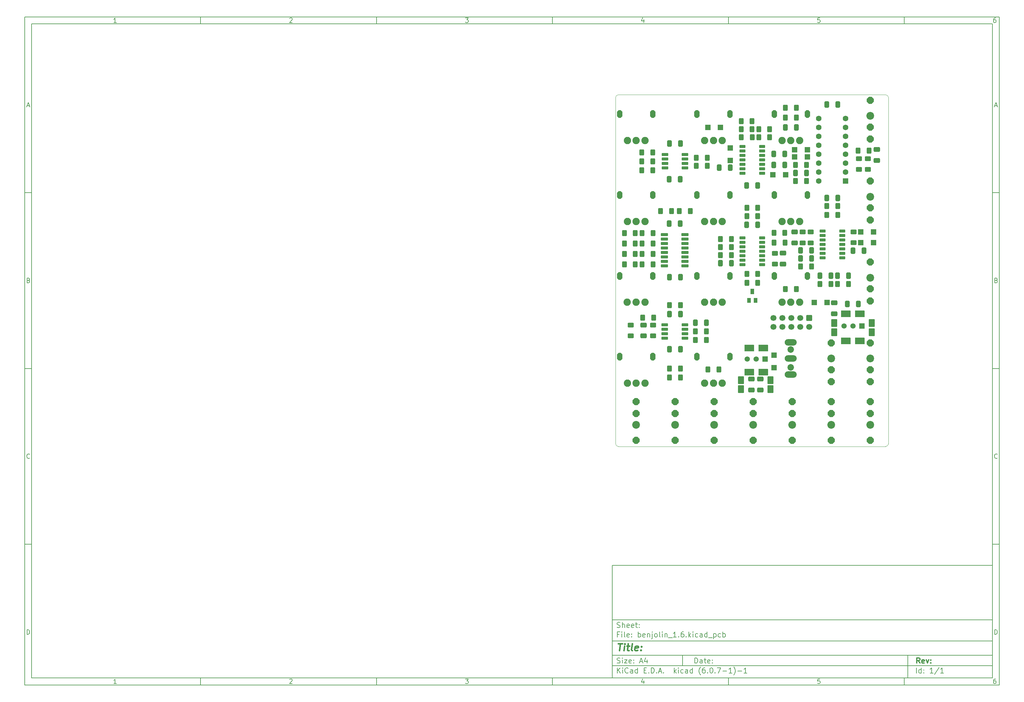
<source format=gbr>
%TF.GenerationSoftware,KiCad,Pcbnew,(6.0.7-1)-1*%
%TF.CreationDate,2022-10-07T09:47:06+07:00*%
%TF.ProjectId,benjolin_1.6,62656e6a-6f6c-4696-9e5f-312e362e6b69,rev?*%
%TF.SameCoordinates,Original*%
%TF.FileFunction,Soldermask,Top*%
%TF.FilePolarity,Negative*%
%FSLAX46Y46*%
G04 Gerber Fmt 4.6, Leading zero omitted, Abs format (unit mm)*
G04 Created by KiCad (PCBNEW (6.0.7-1)-1) date 2022-10-07 09:47:06*
%MOMM*%
%LPD*%
G01*
G04 APERTURE LIST*
G04 Aperture macros list*
%AMRoundRect*
0 Rectangle with rounded corners*
0 $1 Rounding radius*
0 $2 $3 $4 $5 $6 $7 $8 $9 X,Y pos of 4 corners*
0 Add a 4 corners polygon primitive as box body*
4,1,4,$2,$3,$4,$5,$6,$7,$8,$9,$2,$3,0*
0 Add four circle primitives for the rounded corners*
1,1,$1+$1,$2,$3*
1,1,$1+$1,$4,$5*
1,1,$1+$1,$6,$7*
1,1,$1+$1,$8,$9*
0 Add four rect primitives between the rounded corners*
20,1,$1+$1,$2,$3,$4,$5,0*
20,1,$1+$1,$4,$5,$6,$7,0*
20,1,$1+$1,$6,$7,$8,$9,0*
20,1,$1+$1,$8,$9,$2,$3,0*%
%AMFreePoly0*
4,1,25,0.427955,0.971196,0.440078,0.960842,0.960842,0.440078,0.989349,0.384130,0.990600,0.368236,0.990600,-0.368236,0.971196,-0.427955,0.960842,-0.440078,0.440078,-0.960842,0.384130,-0.989349,0.368236,-0.990600,-0.368236,-0.990600,-0.427955,-0.971196,-0.440078,-0.960842,-0.960842,-0.440078,-0.989349,-0.384130,-0.990600,-0.368236,-0.990600,0.368236,-0.971196,0.427955,-0.960842,0.440078,
-0.440078,0.960842,-0.384130,0.989349,-0.368236,0.990600,0.368236,0.990600,0.427955,0.971196,0.427955,0.971196,$1*%
%AMFreePoly1*
4,1,25,0.649668,0.782196,0.661791,0.771842,1.071842,0.361791,1.100349,0.305843,1.101600,0.289949,1.101600,-0.289949,1.082196,-0.349668,1.071842,-0.361791,0.661791,-0.771842,0.605843,-0.800349,0.589949,-0.801600,-0.589949,-0.801600,-0.649668,-0.782196,-0.661791,-0.771842,-1.071842,-0.361791,-1.100349,-0.305843,-1.101600,-0.289949,-1.101600,0.289949,-1.082196,0.349668,-1.071842,0.361791,
-0.661791,0.771842,-0.605843,0.800349,-0.589949,0.801600,0.589949,0.801600,0.649668,0.782196,0.649668,0.782196,$1*%
G04 Aperture macros list end*
%ADD10C,0.100000*%
%ADD11C,0.150000*%
%ADD12C,0.300000*%
%ADD13C,0.400000*%
%TA.AperFunction,Profile*%
%ADD14C,0.100000*%
%TD*%
%ADD15RoundRect,0.250000X-0.600000X0.600000X-0.600000X-0.600000X0.600000X-0.600000X0.600000X0.600000X0*%
%ADD16C,1.700000*%
%ADD17RoundRect,0.250000X-0.412500X-0.650000X0.412500X-0.650000X0.412500X0.650000X-0.412500X0.650000X0*%
%ADD18RoundRect,0.250000X0.400000X0.625000X-0.400000X0.625000X-0.400000X-0.625000X0.400000X-0.625000X0*%
%ADD19RoundRect,0.250000X-0.400000X-0.625000X0.400000X-0.625000X0.400000X0.625000X-0.400000X0.625000X0*%
%ADD20RoundRect,0.101600X0.762000X-0.300000X0.762000X0.300000X-0.762000X0.300000X-0.762000X-0.300000X0*%
%ADD21RoundRect,0.101600X-0.750000X1.000000X-0.750000X-1.000000X0.750000X-1.000000X0.750000X1.000000X0*%
%ADD22RoundRect,0.101600X0.834000X-0.300000X0.834000X0.300000X-0.834000X0.300000X-0.834000X-0.300000X0*%
%ADD23RoundRect,0.250000X0.412500X0.650000X-0.412500X0.650000X-0.412500X-0.650000X0.412500X-0.650000X0*%
%ADD24RoundRect,0.250000X0.650000X-0.412500X0.650000X0.412500X-0.650000X0.412500X-0.650000X-0.412500X0*%
%ADD25RoundRect,0.101600X0.700000X0.700000X-0.700000X0.700000X-0.700000X-0.700000X0.700000X-0.700000X0*%
%ADD26RoundRect,0.101600X-0.762000X0.300000X-0.762000X-0.300000X0.762000X-0.300000X0.762000X0.300000X0*%
%ADD27RoundRect,0.250000X-0.650000X0.412500X-0.650000X-0.412500X0.650000X-0.412500X0.650000X0.412500X0*%
%ADD28RoundRect,0.101600X-0.700000X0.700000X-0.700000X-0.700000X0.700000X-0.700000X0.700000X0.700000X0*%
%ADD29RoundRect,0.101600X-0.700000X-0.700000X0.700000X-0.700000X0.700000X0.700000X-0.700000X0.700000X0*%
%ADD30RoundRect,0.101600X-1.250000X0.850000X-1.250000X-0.850000X1.250000X-0.850000X1.250000X0.850000X0*%
%ADD31RoundRect,0.250000X-0.625000X0.400000X-0.625000X-0.400000X0.625000X-0.400000X0.625000X0.400000X0*%
%ADD32RoundRect,0.101600X-0.889000X0.330200X-0.889000X-0.330200X0.889000X-0.330200X0.889000X0.330200X0*%
%ADD33R,1.600000X1.600000*%
%ADD34C,1.600000*%
%ADD35RoundRect,0.101600X0.750000X-1.000000X0.750000X1.000000X-0.750000X1.000000X-0.750000X-1.000000X0*%
%ADD36RoundRect,0.250000X0.625000X-0.400000X0.625000X0.400000X-0.625000X0.400000X-0.625000X-0.400000X0*%
%ADD37RoundRect,0.101600X-0.834000X0.300000X-0.834000X-0.300000X0.834000X-0.300000X0.834000X0.300000X0*%
%ADD38C,1.500000*%
%ADD39R,1.500000X1.500000*%
%ADD40RoundRect,0.101600X-0.400000X-0.614000X0.400000X-0.614000X0.400000X0.614000X-0.400000X0.614000X0*%
%ADD41RoundRect,0.101600X-0.400000X-0.691000X0.400000X-0.691000X0.400000X0.691000X-0.400000X0.691000X0*%
%ADD42RoundRect,0.101600X1.250000X-0.850000X1.250000X0.850000X-1.250000X0.850000X-1.250000X-0.850000X0*%
%ADD43C,1.854200*%
%ADD44O,3.403200X1.854200*%
%ADD45FreePoly0,180.000000*%
%ADD46C,2.200000*%
%ADD47FreePoly0,0.000000*%
%ADD48FreePoly1,90.000000*%
%ADD49C,2.082800*%
G04 APERTURE END LIST*
D10*
D11*
X177002200Y-166007200D02*
X177002200Y-198007200D01*
X285002200Y-198007200D01*
X285002200Y-166007200D01*
X177002200Y-166007200D01*
D10*
D11*
X10000000Y-10000000D02*
X10000000Y-200007200D01*
X287002200Y-200007200D01*
X287002200Y-10000000D01*
X10000000Y-10000000D01*
D10*
D11*
X12000000Y-12000000D02*
X12000000Y-198007200D01*
X285002200Y-198007200D01*
X285002200Y-12000000D01*
X12000000Y-12000000D01*
D10*
D11*
X60000000Y-12000000D02*
X60000000Y-10000000D01*
D10*
D11*
X110000000Y-12000000D02*
X110000000Y-10000000D01*
D10*
D11*
X160000000Y-12000000D02*
X160000000Y-10000000D01*
D10*
D11*
X210000000Y-12000000D02*
X210000000Y-10000000D01*
D10*
D11*
X260000000Y-12000000D02*
X260000000Y-10000000D01*
D10*
D11*
X36065476Y-11588095D02*
X35322619Y-11588095D01*
X35694047Y-11588095D02*
X35694047Y-10288095D01*
X35570238Y-10473809D01*
X35446428Y-10597619D01*
X35322619Y-10659523D01*
D10*
D11*
X85322619Y-10411904D02*
X85384523Y-10350000D01*
X85508333Y-10288095D01*
X85817857Y-10288095D01*
X85941666Y-10350000D01*
X86003571Y-10411904D01*
X86065476Y-10535714D01*
X86065476Y-10659523D01*
X86003571Y-10845238D01*
X85260714Y-11588095D01*
X86065476Y-11588095D01*
D10*
D11*
X135260714Y-10288095D02*
X136065476Y-10288095D01*
X135632142Y-10783333D01*
X135817857Y-10783333D01*
X135941666Y-10845238D01*
X136003571Y-10907142D01*
X136065476Y-11030952D01*
X136065476Y-11340476D01*
X136003571Y-11464285D01*
X135941666Y-11526190D01*
X135817857Y-11588095D01*
X135446428Y-11588095D01*
X135322619Y-11526190D01*
X135260714Y-11464285D01*
D10*
D11*
X185941666Y-10721428D02*
X185941666Y-11588095D01*
X185632142Y-10226190D02*
X185322619Y-11154761D01*
X186127380Y-11154761D01*
D10*
D11*
X236003571Y-10288095D02*
X235384523Y-10288095D01*
X235322619Y-10907142D01*
X235384523Y-10845238D01*
X235508333Y-10783333D01*
X235817857Y-10783333D01*
X235941666Y-10845238D01*
X236003571Y-10907142D01*
X236065476Y-11030952D01*
X236065476Y-11340476D01*
X236003571Y-11464285D01*
X235941666Y-11526190D01*
X235817857Y-11588095D01*
X235508333Y-11588095D01*
X235384523Y-11526190D01*
X235322619Y-11464285D01*
D10*
D11*
X285941666Y-10288095D02*
X285694047Y-10288095D01*
X285570238Y-10350000D01*
X285508333Y-10411904D01*
X285384523Y-10597619D01*
X285322619Y-10845238D01*
X285322619Y-11340476D01*
X285384523Y-11464285D01*
X285446428Y-11526190D01*
X285570238Y-11588095D01*
X285817857Y-11588095D01*
X285941666Y-11526190D01*
X286003571Y-11464285D01*
X286065476Y-11340476D01*
X286065476Y-11030952D01*
X286003571Y-10907142D01*
X285941666Y-10845238D01*
X285817857Y-10783333D01*
X285570238Y-10783333D01*
X285446428Y-10845238D01*
X285384523Y-10907142D01*
X285322619Y-11030952D01*
D10*
D11*
X60000000Y-198007200D02*
X60000000Y-200007200D01*
D10*
D11*
X110000000Y-198007200D02*
X110000000Y-200007200D01*
D10*
D11*
X160000000Y-198007200D02*
X160000000Y-200007200D01*
D10*
D11*
X210000000Y-198007200D02*
X210000000Y-200007200D01*
D10*
D11*
X260000000Y-198007200D02*
X260000000Y-200007200D01*
D10*
D11*
X36065476Y-199595295D02*
X35322619Y-199595295D01*
X35694047Y-199595295D02*
X35694047Y-198295295D01*
X35570238Y-198481009D01*
X35446428Y-198604819D01*
X35322619Y-198666723D01*
D10*
D11*
X85322619Y-198419104D02*
X85384523Y-198357200D01*
X85508333Y-198295295D01*
X85817857Y-198295295D01*
X85941666Y-198357200D01*
X86003571Y-198419104D01*
X86065476Y-198542914D01*
X86065476Y-198666723D01*
X86003571Y-198852438D01*
X85260714Y-199595295D01*
X86065476Y-199595295D01*
D10*
D11*
X135260714Y-198295295D02*
X136065476Y-198295295D01*
X135632142Y-198790533D01*
X135817857Y-198790533D01*
X135941666Y-198852438D01*
X136003571Y-198914342D01*
X136065476Y-199038152D01*
X136065476Y-199347676D01*
X136003571Y-199471485D01*
X135941666Y-199533390D01*
X135817857Y-199595295D01*
X135446428Y-199595295D01*
X135322619Y-199533390D01*
X135260714Y-199471485D01*
D10*
D11*
X185941666Y-198728628D02*
X185941666Y-199595295D01*
X185632142Y-198233390D02*
X185322619Y-199161961D01*
X186127380Y-199161961D01*
D10*
D11*
X236003571Y-198295295D02*
X235384523Y-198295295D01*
X235322619Y-198914342D01*
X235384523Y-198852438D01*
X235508333Y-198790533D01*
X235817857Y-198790533D01*
X235941666Y-198852438D01*
X236003571Y-198914342D01*
X236065476Y-199038152D01*
X236065476Y-199347676D01*
X236003571Y-199471485D01*
X235941666Y-199533390D01*
X235817857Y-199595295D01*
X235508333Y-199595295D01*
X235384523Y-199533390D01*
X235322619Y-199471485D01*
D10*
D11*
X285941666Y-198295295D02*
X285694047Y-198295295D01*
X285570238Y-198357200D01*
X285508333Y-198419104D01*
X285384523Y-198604819D01*
X285322619Y-198852438D01*
X285322619Y-199347676D01*
X285384523Y-199471485D01*
X285446428Y-199533390D01*
X285570238Y-199595295D01*
X285817857Y-199595295D01*
X285941666Y-199533390D01*
X286003571Y-199471485D01*
X286065476Y-199347676D01*
X286065476Y-199038152D01*
X286003571Y-198914342D01*
X285941666Y-198852438D01*
X285817857Y-198790533D01*
X285570238Y-198790533D01*
X285446428Y-198852438D01*
X285384523Y-198914342D01*
X285322619Y-199038152D01*
D10*
D11*
X10000000Y-60000000D02*
X12000000Y-60000000D01*
D10*
D11*
X10000000Y-110000000D02*
X12000000Y-110000000D01*
D10*
D11*
X10000000Y-160000000D02*
X12000000Y-160000000D01*
D10*
D11*
X10690476Y-35216666D02*
X11309523Y-35216666D01*
X10566666Y-35588095D02*
X11000000Y-34288095D01*
X11433333Y-35588095D01*
D10*
D11*
X11092857Y-84907142D02*
X11278571Y-84969047D01*
X11340476Y-85030952D01*
X11402380Y-85154761D01*
X11402380Y-85340476D01*
X11340476Y-85464285D01*
X11278571Y-85526190D01*
X11154761Y-85588095D01*
X10659523Y-85588095D01*
X10659523Y-84288095D01*
X11092857Y-84288095D01*
X11216666Y-84350000D01*
X11278571Y-84411904D01*
X11340476Y-84535714D01*
X11340476Y-84659523D01*
X11278571Y-84783333D01*
X11216666Y-84845238D01*
X11092857Y-84907142D01*
X10659523Y-84907142D01*
D10*
D11*
X11402380Y-135464285D02*
X11340476Y-135526190D01*
X11154761Y-135588095D01*
X11030952Y-135588095D01*
X10845238Y-135526190D01*
X10721428Y-135402380D01*
X10659523Y-135278571D01*
X10597619Y-135030952D01*
X10597619Y-134845238D01*
X10659523Y-134597619D01*
X10721428Y-134473809D01*
X10845238Y-134350000D01*
X11030952Y-134288095D01*
X11154761Y-134288095D01*
X11340476Y-134350000D01*
X11402380Y-134411904D01*
D10*
D11*
X10659523Y-185588095D02*
X10659523Y-184288095D01*
X10969047Y-184288095D01*
X11154761Y-184350000D01*
X11278571Y-184473809D01*
X11340476Y-184597619D01*
X11402380Y-184845238D01*
X11402380Y-185030952D01*
X11340476Y-185278571D01*
X11278571Y-185402380D01*
X11154761Y-185526190D01*
X10969047Y-185588095D01*
X10659523Y-185588095D01*
D10*
D11*
X287002200Y-60000000D02*
X285002200Y-60000000D01*
D10*
D11*
X287002200Y-110000000D02*
X285002200Y-110000000D01*
D10*
D11*
X287002200Y-160000000D02*
X285002200Y-160000000D01*
D10*
D11*
X285692676Y-35216666D02*
X286311723Y-35216666D01*
X285568866Y-35588095D02*
X286002200Y-34288095D01*
X286435533Y-35588095D01*
D10*
D11*
X286095057Y-84907142D02*
X286280771Y-84969047D01*
X286342676Y-85030952D01*
X286404580Y-85154761D01*
X286404580Y-85340476D01*
X286342676Y-85464285D01*
X286280771Y-85526190D01*
X286156961Y-85588095D01*
X285661723Y-85588095D01*
X285661723Y-84288095D01*
X286095057Y-84288095D01*
X286218866Y-84350000D01*
X286280771Y-84411904D01*
X286342676Y-84535714D01*
X286342676Y-84659523D01*
X286280771Y-84783333D01*
X286218866Y-84845238D01*
X286095057Y-84907142D01*
X285661723Y-84907142D01*
D10*
D11*
X286404580Y-135464285D02*
X286342676Y-135526190D01*
X286156961Y-135588095D01*
X286033152Y-135588095D01*
X285847438Y-135526190D01*
X285723628Y-135402380D01*
X285661723Y-135278571D01*
X285599819Y-135030952D01*
X285599819Y-134845238D01*
X285661723Y-134597619D01*
X285723628Y-134473809D01*
X285847438Y-134350000D01*
X286033152Y-134288095D01*
X286156961Y-134288095D01*
X286342676Y-134350000D01*
X286404580Y-134411904D01*
D10*
D11*
X285661723Y-185588095D02*
X285661723Y-184288095D01*
X285971247Y-184288095D01*
X286156961Y-184350000D01*
X286280771Y-184473809D01*
X286342676Y-184597619D01*
X286404580Y-184845238D01*
X286404580Y-185030952D01*
X286342676Y-185278571D01*
X286280771Y-185402380D01*
X286156961Y-185526190D01*
X285971247Y-185588095D01*
X285661723Y-185588095D01*
D10*
D11*
X200434342Y-193785771D02*
X200434342Y-192285771D01*
X200791485Y-192285771D01*
X201005771Y-192357200D01*
X201148628Y-192500057D01*
X201220057Y-192642914D01*
X201291485Y-192928628D01*
X201291485Y-193142914D01*
X201220057Y-193428628D01*
X201148628Y-193571485D01*
X201005771Y-193714342D01*
X200791485Y-193785771D01*
X200434342Y-193785771D01*
X202577200Y-193785771D02*
X202577200Y-193000057D01*
X202505771Y-192857200D01*
X202362914Y-192785771D01*
X202077200Y-192785771D01*
X201934342Y-192857200D01*
X202577200Y-193714342D02*
X202434342Y-193785771D01*
X202077200Y-193785771D01*
X201934342Y-193714342D01*
X201862914Y-193571485D01*
X201862914Y-193428628D01*
X201934342Y-193285771D01*
X202077200Y-193214342D01*
X202434342Y-193214342D01*
X202577200Y-193142914D01*
X203077200Y-192785771D02*
X203648628Y-192785771D01*
X203291485Y-192285771D02*
X203291485Y-193571485D01*
X203362914Y-193714342D01*
X203505771Y-193785771D01*
X203648628Y-193785771D01*
X204720057Y-193714342D02*
X204577200Y-193785771D01*
X204291485Y-193785771D01*
X204148628Y-193714342D01*
X204077200Y-193571485D01*
X204077200Y-193000057D01*
X204148628Y-192857200D01*
X204291485Y-192785771D01*
X204577200Y-192785771D01*
X204720057Y-192857200D01*
X204791485Y-193000057D01*
X204791485Y-193142914D01*
X204077200Y-193285771D01*
X205434342Y-193642914D02*
X205505771Y-193714342D01*
X205434342Y-193785771D01*
X205362914Y-193714342D01*
X205434342Y-193642914D01*
X205434342Y-193785771D01*
X205434342Y-192857200D02*
X205505771Y-192928628D01*
X205434342Y-193000057D01*
X205362914Y-192928628D01*
X205434342Y-192857200D01*
X205434342Y-193000057D01*
D10*
D11*
X177002200Y-194507200D02*
X285002200Y-194507200D01*
D10*
D11*
X178434342Y-196585771D02*
X178434342Y-195085771D01*
X179291485Y-196585771D02*
X178648628Y-195728628D01*
X179291485Y-195085771D02*
X178434342Y-195942914D01*
X179934342Y-196585771D02*
X179934342Y-195585771D01*
X179934342Y-195085771D02*
X179862914Y-195157200D01*
X179934342Y-195228628D01*
X180005771Y-195157200D01*
X179934342Y-195085771D01*
X179934342Y-195228628D01*
X181505771Y-196442914D02*
X181434342Y-196514342D01*
X181220057Y-196585771D01*
X181077200Y-196585771D01*
X180862914Y-196514342D01*
X180720057Y-196371485D01*
X180648628Y-196228628D01*
X180577200Y-195942914D01*
X180577200Y-195728628D01*
X180648628Y-195442914D01*
X180720057Y-195300057D01*
X180862914Y-195157200D01*
X181077200Y-195085771D01*
X181220057Y-195085771D01*
X181434342Y-195157200D01*
X181505771Y-195228628D01*
X182791485Y-196585771D02*
X182791485Y-195800057D01*
X182720057Y-195657200D01*
X182577200Y-195585771D01*
X182291485Y-195585771D01*
X182148628Y-195657200D01*
X182791485Y-196514342D02*
X182648628Y-196585771D01*
X182291485Y-196585771D01*
X182148628Y-196514342D01*
X182077200Y-196371485D01*
X182077200Y-196228628D01*
X182148628Y-196085771D01*
X182291485Y-196014342D01*
X182648628Y-196014342D01*
X182791485Y-195942914D01*
X184148628Y-196585771D02*
X184148628Y-195085771D01*
X184148628Y-196514342D02*
X184005771Y-196585771D01*
X183720057Y-196585771D01*
X183577200Y-196514342D01*
X183505771Y-196442914D01*
X183434342Y-196300057D01*
X183434342Y-195871485D01*
X183505771Y-195728628D01*
X183577200Y-195657200D01*
X183720057Y-195585771D01*
X184005771Y-195585771D01*
X184148628Y-195657200D01*
X186005771Y-195800057D02*
X186505771Y-195800057D01*
X186720057Y-196585771D02*
X186005771Y-196585771D01*
X186005771Y-195085771D01*
X186720057Y-195085771D01*
X187362914Y-196442914D02*
X187434342Y-196514342D01*
X187362914Y-196585771D01*
X187291485Y-196514342D01*
X187362914Y-196442914D01*
X187362914Y-196585771D01*
X188077200Y-196585771D02*
X188077200Y-195085771D01*
X188434342Y-195085771D01*
X188648628Y-195157200D01*
X188791485Y-195300057D01*
X188862914Y-195442914D01*
X188934342Y-195728628D01*
X188934342Y-195942914D01*
X188862914Y-196228628D01*
X188791485Y-196371485D01*
X188648628Y-196514342D01*
X188434342Y-196585771D01*
X188077200Y-196585771D01*
X189577200Y-196442914D02*
X189648628Y-196514342D01*
X189577200Y-196585771D01*
X189505771Y-196514342D01*
X189577200Y-196442914D01*
X189577200Y-196585771D01*
X190220057Y-196157200D02*
X190934342Y-196157200D01*
X190077200Y-196585771D02*
X190577200Y-195085771D01*
X191077200Y-196585771D01*
X191577200Y-196442914D02*
X191648628Y-196514342D01*
X191577200Y-196585771D01*
X191505771Y-196514342D01*
X191577200Y-196442914D01*
X191577200Y-196585771D01*
X194577200Y-196585771D02*
X194577200Y-195085771D01*
X194720057Y-196014342D02*
X195148628Y-196585771D01*
X195148628Y-195585771D02*
X194577200Y-196157200D01*
X195791485Y-196585771D02*
X195791485Y-195585771D01*
X195791485Y-195085771D02*
X195720057Y-195157200D01*
X195791485Y-195228628D01*
X195862914Y-195157200D01*
X195791485Y-195085771D01*
X195791485Y-195228628D01*
X197148628Y-196514342D02*
X197005771Y-196585771D01*
X196720057Y-196585771D01*
X196577200Y-196514342D01*
X196505771Y-196442914D01*
X196434342Y-196300057D01*
X196434342Y-195871485D01*
X196505771Y-195728628D01*
X196577200Y-195657200D01*
X196720057Y-195585771D01*
X197005771Y-195585771D01*
X197148628Y-195657200D01*
X198434342Y-196585771D02*
X198434342Y-195800057D01*
X198362914Y-195657200D01*
X198220057Y-195585771D01*
X197934342Y-195585771D01*
X197791485Y-195657200D01*
X198434342Y-196514342D02*
X198291485Y-196585771D01*
X197934342Y-196585771D01*
X197791485Y-196514342D01*
X197720057Y-196371485D01*
X197720057Y-196228628D01*
X197791485Y-196085771D01*
X197934342Y-196014342D01*
X198291485Y-196014342D01*
X198434342Y-195942914D01*
X199791485Y-196585771D02*
X199791485Y-195085771D01*
X199791485Y-196514342D02*
X199648628Y-196585771D01*
X199362914Y-196585771D01*
X199220057Y-196514342D01*
X199148628Y-196442914D01*
X199077200Y-196300057D01*
X199077200Y-195871485D01*
X199148628Y-195728628D01*
X199220057Y-195657200D01*
X199362914Y-195585771D01*
X199648628Y-195585771D01*
X199791485Y-195657200D01*
X202077200Y-197157200D02*
X202005771Y-197085771D01*
X201862914Y-196871485D01*
X201791485Y-196728628D01*
X201720057Y-196514342D01*
X201648628Y-196157200D01*
X201648628Y-195871485D01*
X201720057Y-195514342D01*
X201791485Y-195300057D01*
X201862914Y-195157200D01*
X202005771Y-194942914D01*
X202077200Y-194871485D01*
X203291485Y-195085771D02*
X203005771Y-195085771D01*
X202862914Y-195157200D01*
X202791485Y-195228628D01*
X202648628Y-195442914D01*
X202577200Y-195728628D01*
X202577200Y-196300057D01*
X202648628Y-196442914D01*
X202720057Y-196514342D01*
X202862914Y-196585771D01*
X203148628Y-196585771D01*
X203291485Y-196514342D01*
X203362914Y-196442914D01*
X203434342Y-196300057D01*
X203434342Y-195942914D01*
X203362914Y-195800057D01*
X203291485Y-195728628D01*
X203148628Y-195657200D01*
X202862914Y-195657200D01*
X202720057Y-195728628D01*
X202648628Y-195800057D01*
X202577200Y-195942914D01*
X204077200Y-196442914D02*
X204148628Y-196514342D01*
X204077200Y-196585771D01*
X204005771Y-196514342D01*
X204077200Y-196442914D01*
X204077200Y-196585771D01*
X205077200Y-195085771D02*
X205220057Y-195085771D01*
X205362914Y-195157200D01*
X205434342Y-195228628D01*
X205505771Y-195371485D01*
X205577200Y-195657200D01*
X205577200Y-196014342D01*
X205505771Y-196300057D01*
X205434342Y-196442914D01*
X205362914Y-196514342D01*
X205220057Y-196585771D01*
X205077200Y-196585771D01*
X204934342Y-196514342D01*
X204862914Y-196442914D01*
X204791485Y-196300057D01*
X204720057Y-196014342D01*
X204720057Y-195657200D01*
X204791485Y-195371485D01*
X204862914Y-195228628D01*
X204934342Y-195157200D01*
X205077200Y-195085771D01*
X206220057Y-196442914D02*
X206291485Y-196514342D01*
X206220057Y-196585771D01*
X206148628Y-196514342D01*
X206220057Y-196442914D01*
X206220057Y-196585771D01*
X206791485Y-195085771D02*
X207791485Y-195085771D01*
X207148628Y-196585771D01*
X208362914Y-196014342D02*
X209505771Y-196014342D01*
X211005771Y-196585771D02*
X210148628Y-196585771D01*
X210577200Y-196585771D02*
X210577200Y-195085771D01*
X210434342Y-195300057D01*
X210291485Y-195442914D01*
X210148628Y-195514342D01*
X211505771Y-197157200D02*
X211577200Y-197085771D01*
X211720057Y-196871485D01*
X211791485Y-196728628D01*
X211862914Y-196514342D01*
X211934342Y-196157200D01*
X211934342Y-195871485D01*
X211862914Y-195514342D01*
X211791485Y-195300057D01*
X211720057Y-195157200D01*
X211577200Y-194942914D01*
X211505771Y-194871485D01*
X212648628Y-196014342D02*
X213791485Y-196014342D01*
X215291485Y-196585771D02*
X214434342Y-196585771D01*
X214862914Y-196585771D02*
X214862914Y-195085771D01*
X214720057Y-195300057D01*
X214577200Y-195442914D01*
X214434342Y-195514342D01*
D10*
D11*
X177002200Y-191507200D02*
X285002200Y-191507200D01*
D10*
D12*
X264411485Y-193785771D02*
X263911485Y-193071485D01*
X263554342Y-193785771D02*
X263554342Y-192285771D01*
X264125771Y-192285771D01*
X264268628Y-192357200D01*
X264340057Y-192428628D01*
X264411485Y-192571485D01*
X264411485Y-192785771D01*
X264340057Y-192928628D01*
X264268628Y-193000057D01*
X264125771Y-193071485D01*
X263554342Y-193071485D01*
X265625771Y-193714342D02*
X265482914Y-193785771D01*
X265197200Y-193785771D01*
X265054342Y-193714342D01*
X264982914Y-193571485D01*
X264982914Y-193000057D01*
X265054342Y-192857200D01*
X265197200Y-192785771D01*
X265482914Y-192785771D01*
X265625771Y-192857200D01*
X265697200Y-193000057D01*
X265697200Y-193142914D01*
X264982914Y-193285771D01*
X266197200Y-192785771D02*
X266554342Y-193785771D01*
X266911485Y-192785771D01*
X267482914Y-193642914D02*
X267554342Y-193714342D01*
X267482914Y-193785771D01*
X267411485Y-193714342D01*
X267482914Y-193642914D01*
X267482914Y-193785771D01*
X267482914Y-192857200D02*
X267554342Y-192928628D01*
X267482914Y-193000057D01*
X267411485Y-192928628D01*
X267482914Y-192857200D01*
X267482914Y-193000057D01*
D10*
D11*
X178362914Y-193714342D02*
X178577200Y-193785771D01*
X178934342Y-193785771D01*
X179077200Y-193714342D01*
X179148628Y-193642914D01*
X179220057Y-193500057D01*
X179220057Y-193357200D01*
X179148628Y-193214342D01*
X179077200Y-193142914D01*
X178934342Y-193071485D01*
X178648628Y-193000057D01*
X178505771Y-192928628D01*
X178434342Y-192857200D01*
X178362914Y-192714342D01*
X178362914Y-192571485D01*
X178434342Y-192428628D01*
X178505771Y-192357200D01*
X178648628Y-192285771D01*
X179005771Y-192285771D01*
X179220057Y-192357200D01*
X179862914Y-193785771D02*
X179862914Y-192785771D01*
X179862914Y-192285771D02*
X179791485Y-192357200D01*
X179862914Y-192428628D01*
X179934342Y-192357200D01*
X179862914Y-192285771D01*
X179862914Y-192428628D01*
X180434342Y-192785771D02*
X181220057Y-192785771D01*
X180434342Y-193785771D01*
X181220057Y-193785771D01*
X182362914Y-193714342D02*
X182220057Y-193785771D01*
X181934342Y-193785771D01*
X181791485Y-193714342D01*
X181720057Y-193571485D01*
X181720057Y-193000057D01*
X181791485Y-192857200D01*
X181934342Y-192785771D01*
X182220057Y-192785771D01*
X182362914Y-192857200D01*
X182434342Y-193000057D01*
X182434342Y-193142914D01*
X181720057Y-193285771D01*
X183077200Y-193642914D02*
X183148628Y-193714342D01*
X183077200Y-193785771D01*
X183005771Y-193714342D01*
X183077200Y-193642914D01*
X183077200Y-193785771D01*
X183077200Y-192857200D02*
X183148628Y-192928628D01*
X183077200Y-193000057D01*
X183005771Y-192928628D01*
X183077200Y-192857200D01*
X183077200Y-193000057D01*
X184862914Y-193357200D02*
X185577200Y-193357200D01*
X184720057Y-193785771D02*
X185220057Y-192285771D01*
X185720057Y-193785771D01*
X186862914Y-192785771D02*
X186862914Y-193785771D01*
X186505771Y-192214342D02*
X186148628Y-193285771D01*
X187077200Y-193285771D01*
D10*
D11*
X263434342Y-196585771D02*
X263434342Y-195085771D01*
X264791485Y-196585771D02*
X264791485Y-195085771D01*
X264791485Y-196514342D02*
X264648628Y-196585771D01*
X264362914Y-196585771D01*
X264220057Y-196514342D01*
X264148628Y-196442914D01*
X264077200Y-196300057D01*
X264077200Y-195871485D01*
X264148628Y-195728628D01*
X264220057Y-195657200D01*
X264362914Y-195585771D01*
X264648628Y-195585771D01*
X264791485Y-195657200D01*
X265505771Y-196442914D02*
X265577200Y-196514342D01*
X265505771Y-196585771D01*
X265434342Y-196514342D01*
X265505771Y-196442914D01*
X265505771Y-196585771D01*
X265505771Y-195657200D02*
X265577200Y-195728628D01*
X265505771Y-195800057D01*
X265434342Y-195728628D01*
X265505771Y-195657200D01*
X265505771Y-195800057D01*
X268148628Y-196585771D02*
X267291485Y-196585771D01*
X267720057Y-196585771D02*
X267720057Y-195085771D01*
X267577200Y-195300057D01*
X267434342Y-195442914D01*
X267291485Y-195514342D01*
X269862914Y-195014342D02*
X268577200Y-196942914D01*
X271148628Y-196585771D02*
X270291485Y-196585771D01*
X270720057Y-196585771D02*
X270720057Y-195085771D01*
X270577200Y-195300057D01*
X270434342Y-195442914D01*
X270291485Y-195514342D01*
D10*
D11*
X177002200Y-187507200D02*
X285002200Y-187507200D01*
D10*
D13*
X178714580Y-188211961D02*
X179857438Y-188211961D01*
X179036009Y-190211961D02*
X179286009Y-188211961D01*
X180274104Y-190211961D02*
X180440771Y-188878628D01*
X180524104Y-188211961D02*
X180416961Y-188307200D01*
X180500295Y-188402438D01*
X180607438Y-188307200D01*
X180524104Y-188211961D01*
X180500295Y-188402438D01*
X181107438Y-188878628D02*
X181869342Y-188878628D01*
X181476485Y-188211961D02*
X181262200Y-189926247D01*
X181333628Y-190116723D01*
X181512200Y-190211961D01*
X181702676Y-190211961D01*
X182655057Y-190211961D02*
X182476485Y-190116723D01*
X182405057Y-189926247D01*
X182619342Y-188211961D01*
X184190771Y-190116723D02*
X183988390Y-190211961D01*
X183607438Y-190211961D01*
X183428866Y-190116723D01*
X183357438Y-189926247D01*
X183452676Y-189164342D01*
X183571723Y-188973866D01*
X183774104Y-188878628D01*
X184155057Y-188878628D01*
X184333628Y-188973866D01*
X184405057Y-189164342D01*
X184381247Y-189354819D01*
X183405057Y-189545295D01*
X185155057Y-190021485D02*
X185238390Y-190116723D01*
X185131247Y-190211961D01*
X185047914Y-190116723D01*
X185155057Y-190021485D01*
X185131247Y-190211961D01*
X185286009Y-188973866D02*
X185369342Y-189069104D01*
X185262200Y-189164342D01*
X185178866Y-189069104D01*
X185286009Y-188973866D01*
X185262200Y-189164342D01*
D10*
D11*
X178934342Y-185600057D02*
X178434342Y-185600057D01*
X178434342Y-186385771D02*
X178434342Y-184885771D01*
X179148628Y-184885771D01*
X179720057Y-186385771D02*
X179720057Y-185385771D01*
X179720057Y-184885771D02*
X179648628Y-184957200D01*
X179720057Y-185028628D01*
X179791485Y-184957200D01*
X179720057Y-184885771D01*
X179720057Y-185028628D01*
X180648628Y-186385771D02*
X180505771Y-186314342D01*
X180434342Y-186171485D01*
X180434342Y-184885771D01*
X181791485Y-186314342D02*
X181648628Y-186385771D01*
X181362914Y-186385771D01*
X181220057Y-186314342D01*
X181148628Y-186171485D01*
X181148628Y-185600057D01*
X181220057Y-185457200D01*
X181362914Y-185385771D01*
X181648628Y-185385771D01*
X181791485Y-185457200D01*
X181862914Y-185600057D01*
X181862914Y-185742914D01*
X181148628Y-185885771D01*
X182505771Y-186242914D02*
X182577200Y-186314342D01*
X182505771Y-186385771D01*
X182434342Y-186314342D01*
X182505771Y-186242914D01*
X182505771Y-186385771D01*
X182505771Y-185457200D02*
X182577200Y-185528628D01*
X182505771Y-185600057D01*
X182434342Y-185528628D01*
X182505771Y-185457200D01*
X182505771Y-185600057D01*
X184362914Y-186385771D02*
X184362914Y-184885771D01*
X184362914Y-185457200D02*
X184505771Y-185385771D01*
X184791485Y-185385771D01*
X184934342Y-185457200D01*
X185005771Y-185528628D01*
X185077200Y-185671485D01*
X185077200Y-186100057D01*
X185005771Y-186242914D01*
X184934342Y-186314342D01*
X184791485Y-186385771D01*
X184505771Y-186385771D01*
X184362914Y-186314342D01*
X186291485Y-186314342D02*
X186148628Y-186385771D01*
X185862914Y-186385771D01*
X185720057Y-186314342D01*
X185648628Y-186171485D01*
X185648628Y-185600057D01*
X185720057Y-185457200D01*
X185862914Y-185385771D01*
X186148628Y-185385771D01*
X186291485Y-185457200D01*
X186362914Y-185600057D01*
X186362914Y-185742914D01*
X185648628Y-185885771D01*
X187005771Y-185385771D02*
X187005771Y-186385771D01*
X187005771Y-185528628D02*
X187077200Y-185457200D01*
X187220057Y-185385771D01*
X187434342Y-185385771D01*
X187577200Y-185457200D01*
X187648628Y-185600057D01*
X187648628Y-186385771D01*
X188362914Y-185385771D02*
X188362914Y-186671485D01*
X188291485Y-186814342D01*
X188148628Y-186885771D01*
X188077200Y-186885771D01*
X188362914Y-184885771D02*
X188291485Y-184957200D01*
X188362914Y-185028628D01*
X188434342Y-184957200D01*
X188362914Y-184885771D01*
X188362914Y-185028628D01*
X189291485Y-186385771D02*
X189148628Y-186314342D01*
X189077200Y-186242914D01*
X189005771Y-186100057D01*
X189005771Y-185671485D01*
X189077200Y-185528628D01*
X189148628Y-185457200D01*
X189291485Y-185385771D01*
X189505771Y-185385771D01*
X189648628Y-185457200D01*
X189720057Y-185528628D01*
X189791485Y-185671485D01*
X189791485Y-186100057D01*
X189720057Y-186242914D01*
X189648628Y-186314342D01*
X189505771Y-186385771D01*
X189291485Y-186385771D01*
X190648628Y-186385771D02*
X190505771Y-186314342D01*
X190434342Y-186171485D01*
X190434342Y-184885771D01*
X191220057Y-186385771D02*
X191220057Y-185385771D01*
X191220057Y-184885771D02*
X191148628Y-184957200D01*
X191220057Y-185028628D01*
X191291485Y-184957200D01*
X191220057Y-184885771D01*
X191220057Y-185028628D01*
X191934342Y-185385771D02*
X191934342Y-186385771D01*
X191934342Y-185528628D02*
X192005771Y-185457200D01*
X192148628Y-185385771D01*
X192362914Y-185385771D01*
X192505771Y-185457200D01*
X192577200Y-185600057D01*
X192577200Y-186385771D01*
X192934342Y-186528628D02*
X194077200Y-186528628D01*
X195220057Y-186385771D02*
X194362914Y-186385771D01*
X194791485Y-186385771D02*
X194791485Y-184885771D01*
X194648628Y-185100057D01*
X194505771Y-185242914D01*
X194362914Y-185314342D01*
X195862914Y-186242914D02*
X195934342Y-186314342D01*
X195862914Y-186385771D01*
X195791485Y-186314342D01*
X195862914Y-186242914D01*
X195862914Y-186385771D01*
X197220057Y-184885771D02*
X196934342Y-184885771D01*
X196791485Y-184957200D01*
X196720057Y-185028628D01*
X196577200Y-185242914D01*
X196505771Y-185528628D01*
X196505771Y-186100057D01*
X196577200Y-186242914D01*
X196648628Y-186314342D01*
X196791485Y-186385771D01*
X197077200Y-186385771D01*
X197220057Y-186314342D01*
X197291485Y-186242914D01*
X197362914Y-186100057D01*
X197362914Y-185742914D01*
X197291485Y-185600057D01*
X197220057Y-185528628D01*
X197077200Y-185457200D01*
X196791485Y-185457200D01*
X196648628Y-185528628D01*
X196577200Y-185600057D01*
X196505771Y-185742914D01*
X198005771Y-186242914D02*
X198077200Y-186314342D01*
X198005771Y-186385771D01*
X197934342Y-186314342D01*
X198005771Y-186242914D01*
X198005771Y-186385771D01*
X198720057Y-186385771D02*
X198720057Y-184885771D01*
X198862914Y-185814342D02*
X199291485Y-186385771D01*
X199291485Y-185385771D02*
X198720057Y-185957200D01*
X199934342Y-186385771D02*
X199934342Y-185385771D01*
X199934342Y-184885771D02*
X199862914Y-184957200D01*
X199934342Y-185028628D01*
X200005771Y-184957200D01*
X199934342Y-184885771D01*
X199934342Y-185028628D01*
X201291485Y-186314342D02*
X201148628Y-186385771D01*
X200862914Y-186385771D01*
X200720057Y-186314342D01*
X200648628Y-186242914D01*
X200577200Y-186100057D01*
X200577200Y-185671485D01*
X200648628Y-185528628D01*
X200720057Y-185457200D01*
X200862914Y-185385771D01*
X201148628Y-185385771D01*
X201291485Y-185457200D01*
X202577200Y-186385771D02*
X202577200Y-185600057D01*
X202505771Y-185457200D01*
X202362914Y-185385771D01*
X202077200Y-185385771D01*
X201934342Y-185457200D01*
X202577200Y-186314342D02*
X202434342Y-186385771D01*
X202077200Y-186385771D01*
X201934342Y-186314342D01*
X201862914Y-186171485D01*
X201862914Y-186028628D01*
X201934342Y-185885771D01*
X202077200Y-185814342D01*
X202434342Y-185814342D01*
X202577200Y-185742914D01*
X203934342Y-186385771D02*
X203934342Y-184885771D01*
X203934342Y-186314342D02*
X203791485Y-186385771D01*
X203505771Y-186385771D01*
X203362914Y-186314342D01*
X203291485Y-186242914D01*
X203220057Y-186100057D01*
X203220057Y-185671485D01*
X203291485Y-185528628D01*
X203362914Y-185457200D01*
X203505771Y-185385771D01*
X203791485Y-185385771D01*
X203934342Y-185457200D01*
X204291485Y-186528628D02*
X205434342Y-186528628D01*
X205791485Y-185385771D02*
X205791485Y-186885771D01*
X205791485Y-185457200D02*
X205934342Y-185385771D01*
X206220057Y-185385771D01*
X206362914Y-185457200D01*
X206434342Y-185528628D01*
X206505771Y-185671485D01*
X206505771Y-186100057D01*
X206434342Y-186242914D01*
X206362914Y-186314342D01*
X206220057Y-186385771D01*
X205934342Y-186385771D01*
X205791485Y-186314342D01*
X207791485Y-186314342D02*
X207648628Y-186385771D01*
X207362914Y-186385771D01*
X207220057Y-186314342D01*
X207148628Y-186242914D01*
X207077200Y-186100057D01*
X207077200Y-185671485D01*
X207148628Y-185528628D01*
X207220057Y-185457200D01*
X207362914Y-185385771D01*
X207648628Y-185385771D01*
X207791485Y-185457200D01*
X208434342Y-186385771D02*
X208434342Y-184885771D01*
X208434342Y-185457200D02*
X208577200Y-185385771D01*
X208862914Y-185385771D01*
X209005771Y-185457200D01*
X209077200Y-185528628D01*
X209148628Y-185671485D01*
X209148628Y-186100057D01*
X209077200Y-186242914D01*
X209005771Y-186314342D01*
X208862914Y-186385771D01*
X208577200Y-186385771D01*
X208434342Y-186314342D01*
D10*
D11*
X177002200Y-181507200D02*
X285002200Y-181507200D01*
D10*
D11*
X178362914Y-183614342D02*
X178577200Y-183685771D01*
X178934342Y-183685771D01*
X179077200Y-183614342D01*
X179148628Y-183542914D01*
X179220057Y-183400057D01*
X179220057Y-183257200D01*
X179148628Y-183114342D01*
X179077200Y-183042914D01*
X178934342Y-182971485D01*
X178648628Y-182900057D01*
X178505771Y-182828628D01*
X178434342Y-182757200D01*
X178362914Y-182614342D01*
X178362914Y-182471485D01*
X178434342Y-182328628D01*
X178505771Y-182257200D01*
X178648628Y-182185771D01*
X179005771Y-182185771D01*
X179220057Y-182257200D01*
X179862914Y-183685771D02*
X179862914Y-182185771D01*
X180505771Y-183685771D02*
X180505771Y-182900057D01*
X180434342Y-182757200D01*
X180291485Y-182685771D01*
X180077200Y-182685771D01*
X179934342Y-182757200D01*
X179862914Y-182828628D01*
X181791485Y-183614342D02*
X181648628Y-183685771D01*
X181362914Y-183685771D01*
X181220057Y-183614342D01*
X181148628Y-183471485D01*
X181148628Y-182900057D01*
X181220057Y-182757200D01*
X181362914Y-182685771D01*
X181648628Y-182685771D01*
X181791485Y-182757200D01*
X181862914Y-182900057D01*
X181862914Y-183042914D01*
X181148628Y-183185771D01*
X183077200Y-183614342D02*
X182934342Y-183685771D01*
X182648628Y-183685771D01*
X182505771Y-183614342D01*
X182434342Y-183471485D01*
X182434342Y-182900057D01*
X182505771Y-182757200D01*
X182648628Y-182685771D01*
X182934342Y-182685771D01*
X183077200Y-182757200D01*
X183148628Y-182900057D01*
X183148628Y-183042914D01*
X182434342Y-183185771D01*
X183577200Y-182685771D02*
X184148628Y-182685771D01*
X183791485Y-182185771D02*
X183791485Y-183471485D01*
X183862914Y-183614342D01*
X184005771Y-183685771D01*
X184148628Y-183685771D01*
X184648628Y-183542914D02*
X184720057Y-183614342D01*
X184648628Y-183685771D01*
X184577200Y-183614342D01*
X184648628Y-183542914D01*
X184648628Y-183685771D01*
X184648628Y-182757200D02*
X184720057Y-182828628D01*
X184648628Y-182900057D01*
X184577200Y-182828628D01*
X184648628Y-182757200D01*
X184648628Y-182900057D01*
D10*
D12*
D10*
D11*
D10*
D11*
D10*
D11*
D10*
D11*
D10*
D11*
X197002200Y-191507200D02*
X197002200Y-194507200D01*
D10*
D11*
X261002200Y-191507200D02*
X261002200Y-198007200D01*
D14*
X255450614Y-32899678D02*
X255450000Y-131440000D01*
X254700614Y-32149678D02*
X178700000Y-32149678D01*
X178700000Y-132157000D02*
X254699204Y-132157000D01*
X254699209Y-132157495D02*
G75*
G03*
X255450000Y-131440000I-8128J760069D01*
G01*
X177950000Y-32899678D02*
X177950000Y-131407000D01*
X177950000Y-131407000D02*
G75*
G03*
X178700000Y-132157000I750000J0D01*
G01*
X178700000Y-32149700D02*
G75*
G03*
X177950000Y-32899678I0J-750000D01*
G01*
X255450613Y-32899678D02*
G75*
G03*
X254700614Y-32149678I-750018J-18D01*
G01*
D15*
%TO.C,JP1*%
X232980000Y-95657500D03*
D16*
X232980000Y-98197500D03*
X230440000Y-95657500D03*
X230440000Y-98197500D03*
X227900000Y-95657500D03*
X227900000Y-98197500D03*
X225360000Y-95657500D03*
X225360000Y-98197500D03*
X222820000Y-95657500D03*
X222820000Y-98197500D03*
%TD*%
D17*
%TO.C,C17*%
X222866300Y-52089000D03*
X225991300Y-52089000D03*
%TD*%
D18*
%TO.C,R36*%
X226044200Y-71393000D03*
X222944200Y-71393000D03*
%TD*%
D19*
%TO.C,R6*%
X190709400Y-65252500D03*
X193809400Y-65252500D03*
%TD*%
D20*
%TO.C,IC2*%
X219541200Y-54449400D03*
X219541200Y-53179400D03*
X219541200Y-51909400D03*
X219541200Y-50639400D03*
X219541200Y-49369400D03*
X219541200Y-48099400D03*
X219541200Y-46829400D03*
X213953200Y-46829400D03*
X213953200Y-48099400D03*
X213953200Y-49369400D03*
X213953200Y-50639400D03*
X213953200Y-51932400D03*
X213953200Y-53179400D03*
X213953200Y-54449400D03*
%TD*%
D21*
%TO.C,C16*%
X213600000Y-115873000D03*
X213600000Y-113273000D03*
%TD*%
D22*
%TO.C,IC4*%
X197670000Y-52978000D03*
X197670000Y-51708000D03*
X197670000Y-50438000D03*
X197670000Y-49168000D03*
X191938000Y-49168000D03*
X191938000Y-50438000D03*
X191938000Y-51708000D03*
X191938000Y-52978000D03*
%TD*%
D19*
%TO.C,R8*%
X218605000Y-44238000D03*
X221705000Y-44238000D03*
%TD*%
%TO.C,R31*%
X215225000Y-64281000D03*
X218325000Y-64281000D03*
%TD*%
D23*
%TO.C,C13*%
X246944500Y-91598500D03*
X243819500Y-91598500D03*
%TD*%
D24*
%TO.C,C29*%
X185888200Y-100738200D03*
X185888200Y-97613200D03*
%TD*%
%TO.C,C12*%
X219061000Y-116133500D03*
X219061000Y-113008500D03*
%TD*%
D17*
%TO.C,C4*%
X222857900Y-48964800D03*
X225982900Y-48964800D03*
%TD*%
D25*
%TO.C,D5*%
X247609000Y-74187000D03*
X251219000Y-74187000D03*
%TD*%
%TO.C,D3*%
X228813000Y-49803000D03*
X232423000Y-49803000D03*
%TD*%
%TO.C,D2*%
X222623800Y-54883000D03*
X226233800Y-54883000D03*
%TD*%
D26*
%TO.C,IC5*%
X213981000Y-72834500D03*
X213981000Y-74104500D03*
X213981000Y-75374500D03*
X213981000Y-76644500D03*
X213981000Y-77914500D03*
X213981000Y-79184500D03*
X213981000Y-80454500D03*
X219569000Y-80454500D03*
X219569000Y-79184500D03*
X219569000Y-77914500D03*
X219569000Y-76644500D03*
X219569000Y-75351500D03*
X219569000Y-74104500D03*
X219569000Y-72834500D03*
%TD*%
D19*
%TO.C,R2*%
X213640000Y-44215000D03*
X216740000Y-44215000D03*
%TD*%
D27*
%TO.C,C9*%
X252208000Y-47732500D03*
X252208000Y-50857500D03*
%TD*%
D28*
%TO.C,D1*%
X210552000Y-50846000D03*
X210552000Y-47236000D03*
%TD*%
D29*
%TO.C,D11*%
X207752800Y-41421000D03*
X204142800Y-41421000D03*
%TD*%
D19*
%TO.C,R45*%
X230502500Y-80977300D03*
X233602500Y-80977300D03*
%TD*%
%TO.C,R11*%
X237958000Y-63773000D03*
X241058000Y-63773000D03*
%TD*%
%TO.C,R42*%
X193254000Y-112516900D03*
X196354000Y-112516900D03*
%TD*%
%TO.C,R7*%
X229068000Y-52089000D03*
X232168000Y-52089000D03*
%TD*%
D18*
%TO.C,R1*%
X221705000Y-41929000D03*
X218605000Y-41929000D03*
%TD*%
D19*
%TO.C,R34*%
X237958000Y-66306700D03*
X241058000Y-66306700D03*
%TD*%
D23*
%TO.C,C10*%
X210844500Y-80029000D03*
X207719500Y-80029000D03*
%TD*%
%TO.C,C22*%
X241070500Y-34918600D03*
X237945500Y-34918600D03*
%TD*%
D17*
%TO.C,C1*%
X229055500Y-54375000D03*
X232180500Y-54375000D03*
%TD*%
D23*
%TO.C,C32*%
X203740600Y-97004600D03*
X200615600Y-97004600D03*
%TD*%
D30*
%TO.C,D7*%
X243350000Y-102127000D03*
X247350000Y-102127000D03*
%TD*%
D24*
%TO.C,C11*%
X240048000Y-94431000D03*
X240048000Y-91306000D03*
%TD*%
D19*
%TO.C,R26*%
X180420000Y-74486100D03*
X183520000Y-74486100D03*
%TD*%
%TO.C,R43*%
X193254000Y-109976900D03*
X196354000Y-109976900D03*
%TD*%
%TO.C,R29*%
X180420000Y-71528300D03*
X183520000Y-71528300D03*
%TD*%
D17*
%TO.C,C19*%
X193195300Y-56153000D03*
X196320300Y-56153000D03*
%TD*%
%TO.C,C18*%
X207386100Y-52851000D03*
X210511100Y-52851000D03*
%TD*%
D31*
%TO.C,R30*%
X231126000Y-71173000D03*
X231126000Y-74273000D03*
%TD*%
D18*
%TO.C,R17*%
X188480000Y-53613000D03*
X185380000Y-53613000D03*
%TD*%
D30*
%TO.C,D10*%
X215908000Y-104159000D03*
X219908000Y-104159000D03*
%TD*%
D17*
%TO.C,C2*%
X226179400Y-41406900D03*
X229304400Y-41406900D03*
%TD*%
D19*
%TO.C,R28*%
X180420000Y-80401700D03*
X183520000Y-80401700D03*
%TD*%
D32*
%TO.C,IC1*%
X191832200Y-71945500D03*
X191832200Y-73215500D03*
X191832200Y-74485500D03*
X191832200Y-75755500D03*
X191832200Y-77025500D03*
X191832200Y-78295500D03*
X191832200Y-79565500D03*
X191832200Y-80835500D03*
X197674200Y-80835500D03*
X197674200Y-79565500D03*
X197674200Y-78295500D03*
X197674200Y-77025500D03*
X197674200Y-75755500D03*
X197674200Y-74485500D03*
X197674200Y-73215500D03*
X197674200Y-71945500D03*
%TD*%
D18*
%TO.C,R14*%
X203974000Y-50057000D03*
X200874000Y-50057000D03*
%TD*%
%TO.C,R65*%
X203720000Y-99460000D03*
X200620000Y-99460000D03*
%TD*%
D19*
%TO.C,R19*%
X185474600Y-74486100D03*
X188574600Y-74486100D03*
%TD*%
D24*
%TO.C,C28*%
X225538000Y-80321500D03*
X225538000Y-77196500D03*
%TD*%
D19*
%TO.C,R18*%
X204202500Y-110255000D03*
X207302500Y-110255000D03*
%TD*%
D18*
%TO.C,R16*%
X203974000Y-52343000D03*
X200874000Y-52343000D03*
%TD*%
D28*
%TO.C,D200*%
X222998000Y-109774000D03*
X222998000Y-106164000D03*
%TD*%
D19*
%TO.C,R23*%
X185474600Y-71528300D03*
X188574600Y-71528300D03*
%TD*%
D23*
%TO.C,C23*%
X196315700Y-68795900D03*
X193190700Y-68795900D03*
%TD*%
D17*
%TO.C,C27*%
X215212500Y-69107000D03*
X218337500Y-69107000D03*
%TD*%
D23*
%TO.C,C3*%
X218325500Y-57931000D03*
X215200500Y-57931000D03*
%TD*%
D18*
%TO.C,R32*%
X218325000Y-66679000D03*
X215225000Y-66679000D03*
%TD*%
D33*
%TO.C,IC3*%
X243318000Y-56679000D03*
D34*
X243318000Y-54139000D03*
X243318000Y-51599000D03*
X243318000Y-49059000D03*
X243318000Y-46519000D03*
X243318000Y-43979000D03*
X243318000Y-41439000D03*
X243318000Y-38899000D03*
X235698000Y-38899000D03*
X235698000Y-41439000D03*
X235698000Y-43979000D03*
X235698000Y-46519000D03*
X235698000Y-49059000D03*
X235698000Y-51599000D03*
X235698000Y-54139000D03*
X235698000Y-56679000D03*
%TD*%
D35*
%TO.C,C100*%
X240048000Y-97042000D03*
X240048000Y-99642000D03*
%TD*%
D19*
%TO.C,R9*%
X229068000Y-56661000D03*
X232168000Y-56661000D03*
%TD*%
D18*
%TO.C,R49*%
X249948000Y-48025000D03*
X246848000Y-48025000D03*
%TD*%
%TO.C,R12*%
X229291900Y-35833000D03*
X226191900Y-35833000D03*
%TD*%
D23*
%TO.C,C7*%
X239139300Y-83585000D03*
X236014300Y-83585000D03*
%TD*%
D36*
%TO.C,R47*%
X249668000Y-53385000D03*
X249668000Y-50285000D03*
%TD*%
D19*
%TO.C,R24*%
X185474600Y-77443900D03*
X188574600Y-77443900D03*
%TD*%
%TO.C,R41*%
X226189700Y-87395000D03*
X229289700Y-87395000D03*
%TD*%
D18*
%TO.C,R27*%
X183520000Y-77443900D03*
X180420000Y-77443900D03*
%TD*%
D31*
%TO.C,R50*%
X247128000Y-50285000D03*
X247128000Y-53385000D03*
%TD*%
D36*
%TO.C,R46*%
X245604000Y-74213000D03*
X245604000Y-71113000D03*
%TD*%
D37*
%TO.C,IC9*%
X191891800Y-97555000D03*
X191891800Y-98825000D03*
X191891800Y-100095000D03*
X191891800Y-101365000D03*
X197623800Y-101365000D03*
X197623800Y-100095000D03*
X197623800Y-98825000D03*
X197623800Y-97555000D03*
%TD*%
D19*
%TO.C,R15*%
X185380000Y-51073000D03*
X188480000Y-51073000D03*
%TD*%
D18*
%TO.C,R37*%
X244106000Y-85931700D03*
X241006000Y-85931700D03*
%TD*%
D24*
%TO.C,C14*%
X216521000Y-116135500D03*
X216521000Y-113010500D03*
%TD*%
D23*
%TO.C,C31*%
X196366500Y-104540000D03*
X193241500Y-104540000D03*
%TD*%
%TO.C,C6*%
X244118500Y-83585000D03*
X240993500Y-83585000D03*
%TD*%
D36*
%TO.C,R22*%
X223192000Y-80309000D03*
X223192000Y-77209000D03*
%TD*%
D38*
%TO.C,IC7*%
X245360000Y-97867000D03*
X242820000Y-97867000D03*
D39*
X247900000Y-97867000D03*
%TD*%
D19*
%TO.C,R44*%
X207732000Y-75457000D03*
X210832000Y-75457000D03*
%TD*%
%TO.C,R48*%
X207732000Y-73171000D03*
X210832000Y-73171000D03*
%TD*%
D17*
%TO.C,C24*%
X193209100Y-84048500D03*
X196334100Y-84048500D03*
%TD*%
%TO.C,C20*%
X193241500Y-45993000D03*
X196366500Y-45993000D03*
%TD*%
D23*
%TO.C,C30*%
X196366500Y-94507000D03*
X193241500Y-94507000D03*
%TD*%
D19*
%TO.C,R39*%
X236026800Y-85931700D03*
X239126800Y-85931700D03*
%TD*%
D39*
%TO.C,IC8*%
X220458000Y-107265000D03*
D38*
X217918000Y-107265000D03*
X215378000Y-107265000D03*
%TD*%
D19*
%TO.C,R38*%
X207732000Y-77743000D03*
X210832000Y-77743000D03*
%TD*%
D18*
%TO.C,R63*%
X196354000Y-91967000D03*
X193254000Y-91967000D03*
%TD*%
D23*
%TO.C,C25*%
X233627000Y-76356700D03*
X230502000Y-76356700D03*
%TD*%
D29*
%TO.C,D6*%
X251219000Y-71139000D03*
X247609000Y-71139000D03*
%TD*%
D18*
%TO.C,R20*%
X218325000Y-83077000D03*
X215225000Y-83077000D03*
%TD*%
D25*
%TO.C,D100*%
X234401000Y-91205000D03*
X238011000Y-91205000D03*
%TD*%
D19*
%TO.C,R13*%
X185380000Y-48533000D03*
X188480000Y-48533000D03*
%TD*%
D23*
%TO.C,C8*%
X233615000Y-78669500D03*
X230490000Y-78669500D03*
%TD*%
D36*
%TO.C,R64*%
X188548200Y-100725700D03*
X188548200Y-97625700D03*
%TD*%
D19*
%TO.C,R4*%
X213635800Y-39666000D03*
X216735800Y-39666000D03*
%TD*%
%TO.C,R21*%
X215225000Y-85602000D03*
X218325000Y-85602000D03*
%TD*%
D21*
%TO.C,C200*%
X221982000Y-115873000D03*
X221982000Y-113273000D03*
%TD*%
D19*
%TO.C,R10*%
X226191900Y-38604900D03*
X229291900Y-38604900D03*
%TD*%
D40*
%TO.C,Q1*%
X215825000Y-90591000D03*
X217725000Y-90591000D03*
D41*
X216775000Y-88086000D03*
%TD*%
D25*
%TO.C,D4*%
X228813000Y-47771000D03*
X232423000Y-47771000D03*
%TD*%
D19*
%TO.C,R3*%
X213635800Y-41930700D03*
X216735800Y-41930700D03*
%TD*%
D36*
%TO.C,R33*%
X233412000Y-74273000D03*
X233412000Y-71173000D03*
%TD*%
D23*
%TO.C,C26*%
X248526500Y-76446000D03*
X245401500Y-76446000D03*
%TD*%
D24*
%TO.C,C5*%
X228831555Y-74251300D03*
X228831555Y-71126300D03*
%TD*%
D31*
%TO.C,R62*%
X182231000Y-97619700D03*
X182231000Y-100719700D03*
%TD*%
D18*
%TO.C,R66*%
X203720000Y-101885300D03*
X200620000Y-101885300D03*
%TD*%
D42*
%TO.C,D8*%
X247350000Y-94392500D03*
X243350000Y-94392500D03*
%TD*%
D19*
%TO.C,R25*%
X185474600Y-80401700D03*
X188574600Y-80401700D03*
%TD*%
%TO.C,R35*%
X222972000Y-74187000D03*
X226072000Y-74187000D03*
%TD*%
D26*
%TO.C,IC6*%
X236741800Y-70885000D03*
X236741800Y-72155000D03*
X236741800Y-73425000D03*
X236741800Y-74695000D03*
X236741800Y-75965000D03*
X236741800Y-77235000D03*
X236741800Y-78505000D03*
X242329800Y-78505000D03*
X242329800Y-77235000D03*
X242329800Y-75965000D03*
X242329800Y-74695000D03*
X242329800Y-73402000D03*
X242329800Y-72155000D03*
X242329800Y-70885000D03*
%TD*%
D18*
%TO.C,R5*%
X199143400Y-65252500D03*
X196043400Y-65252500D03*
%TD*%
D35*
%TO.C,C15*%
X250716000Y-97042000D03*
X250716000Y-99642000D03*
%TD*%
D18*
%TO.C,R40*%
X188738200Y-95507700D03*
X185638200Y-95507700D03*
%TD*%
D42*
%TO.C,D9*%
X219908000Y-111017000D03*
X215908000Y-111017000D03*
%TD*%
D17*
%TO.C,C21*%
X237945500Y-61487000D03*
X241070500Y-61487000D03*
%TD*%
D43*
%TO.C,SW1*%
X227700000Y-109670000D03*
D44*
X227700000Y-111702000D03*
X227700000Y-107130000D03*
X227700000Y-102558000D03*
D43*
X227700000Y-104590000D03*
%TD*%
D45*
%TO.C,J11*%
X239219765Y-102726700D03*
X239219765Y-110346700D03*
X239219765Y-113775700D03*
D46*
X239219765Y-107171700D03*
%TD*%
D47*
%TO.C,J5*%
X217037099Y-130448000D03*
X217037099Y-122828000D03*
X217037099Y-119399000D03*
D46*
X217037099Y-126003000D03*
%TD*%
D48*
%TO.C,R54*%
X210452500Y-37656000D03*
X201052500Y-37656000D03*
D49*
X208252500Y-45164000D03*
X205752500Y-45164000D03*
X203252500Y-45164000D03*
%TD*%
D48*
%TO.C,R51*%
X232441900Y-37656000D03*
X223041900Y-37656000D03*
D49*
X230241900Y-45164000D03*
X227741900Y-45164000D03*
X225241900Y-45164000D03*
%TD*%
D47*
%TO.C,J12*%
X194854433Y-130448000D03*
X194854433Y-122828000D03*
X194854433Y-119399000D03*
D46*
X194854433Y-126003000D03*
%TD*%
D45*
%TO.C,J3*%
X250311484Y-102726700D03*
X250311484Y-110346700D03*
X250311484Y-113775700D03*
D46*
X250311484Y-107171700D03*
%TD*%
D48*
%TO.C,R58*%
X210450300Y-83645900D03*
X201050300Y-83645900D03*
D49*
X208250300Y-91153900D03*
X205750300Y-91153900D03*
X203250300Y-91153900D03*
%TD*%
D48*
%TO.C,R53*%
X232439700Y-83645900D03*
X223039700Y-83645900D03*
D49*
X230239700Y-91153900D03*
X227739700Y-91153900D03*
X225239700Y-91153900D03*
%TD*%
D48*
%TO.C,R60*%
X210450300Y-106640800D03*
X201050300Y-106640800D03*
D49*
X208250300Y-114148800D03*
X205750300Y-114148800D03*
X203250300Y-114148800D03*
%TD*%
D47*
%TO.C,J8*%
X239219765Y-130448000D03*
X239219765Y-122828000D03*
X239219765Y-119399000D03*
D46*
X239219765Y-126003000D03*
%TD*%
D45*
%TO.C,J4*%
X250311484Y-79724200D03*
X250311484Y-87344200D03*
X250311484Y-90773200D03*
D46*
X250311484Y-84169200D03*
%TD*%
D47*
%TO.C,J9*%
X183763100Y-130435000D03*
X183763100Y-122815000D03*
X183763100Y-119386000D03*
D46*
X183763100Y-125990000D03*
%TD*%
D45*
%TO.C,J2*%
X250311484Y-56711800D03*
X250311484Y-64331800D03*
X250311484Y-67760800D03*
D46*
X250311484Y-61156800D03*
%TD*%
D48*
%TO.C,R57*%
X188463100Y-60650900D03*
X179063100Y-60650900D03*
D49*
X186263100Y-68158900D03*
X183763100Y-68158900D03*
X181263100Y-68158900D03*
%TD*%
D48*
%TO.C,R52*%
X232441900Y-60650900D03*
X223041900Y-60650900D03*
D49*
X230241900Y-68158900D03*
X227741900Y-68158900D03*
X225241900Y-68158900D03*
%TD*%
D48*
%TO.C,R56*%
X210452500Y-60650900D03*
X201052500Y-60650900D03*
D49*
X208252500Y-68158900D03*
X205752500Y-68158900D03*
X203252500Y-68158900D03*
%TD*%
D48*
%TO.C,R59*%
X188460900Y-83645900D03*
X179060900Y-83645900D03*
D49*
X186260900Y-91153900D03*
X183760900Y-91153900D03*
X181260900Y-91153900D03*
%TD*%
D47*
%TO.C,J6*%
X250311484Y-130448000D03*
X250311484Y-122828000D03*
X250311484Y-119399000D03*
D46*
X250311484Y-126003000D03*
%TD*%
D47*
%TO.C,J10*%
X205945766Y-130448000D03*
X205945766Y-122828000D03*
X205945766Y-119399000D03*
D46*
X205945766Y-126003000D03*
%TD*%
D45*
%TO.C,J1*%
X250311484Y-33719062D03*
X250311484Y-41339062D03*
X250311484Y-44768062D03*
D46*
X250311484Y-38164062D03*
%TD*%
D47*
%TO.C,J7*%
X228128432Y-130448000D03*
X228128432Y-122828000D03*
X228128432Y-119399000D03*
D46*
X228128432Y-126003000D03*
%TD*%
D48*
%TO.C,R55*%
X188463100Y-37656000D03*
X179063100Y-37656000D03*
D49*
X186263100Y-45164000D03*
X183763100Y-45164000D03*
X181263100Y-45164000D03*
%TD*%
D48*
%TO.C,R61*%
X188463100Y-106640800D03*
X179063100Y-106640800D03*
D49*
X186263100Y-114148800D03*
X183763100Y-114148800D03*
X181263100Y-114148800D03*
%TD*%
M02*

</source>
